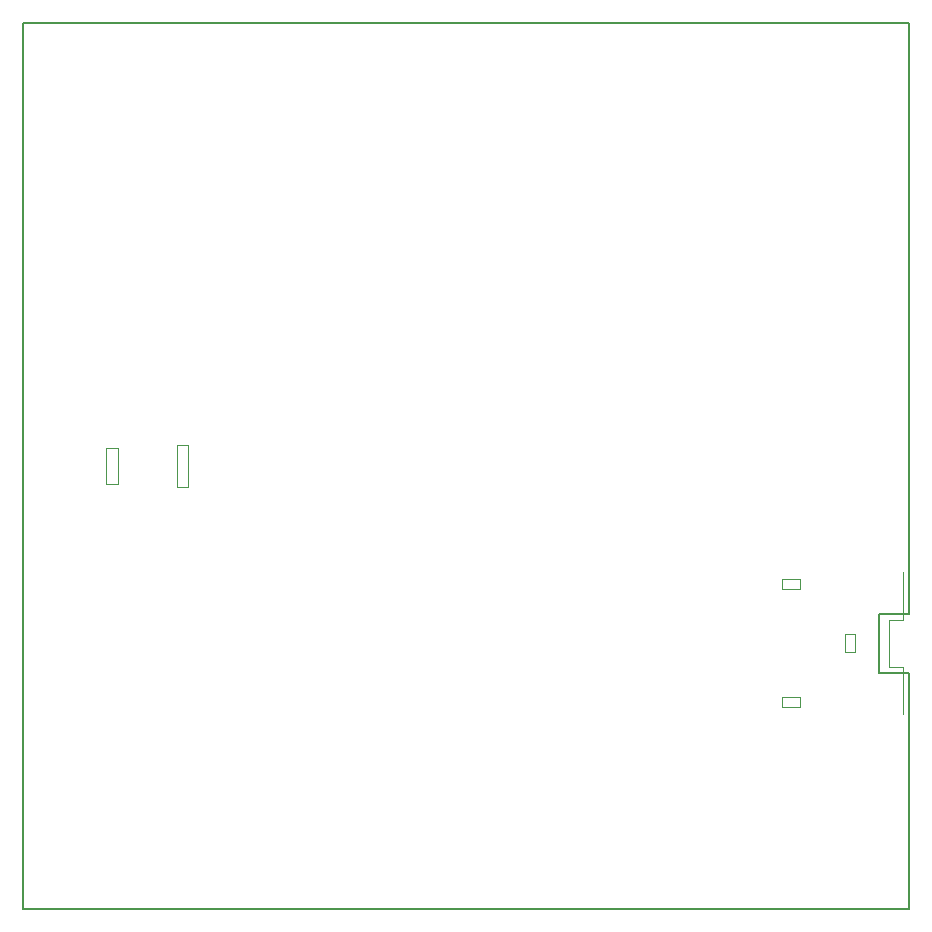
<source format=gbr>
G04 #@! TF.FileFunction,Profile,NP*
%FSLAX46Y46*%
G04 Gerber Fmt 4.6, Leading zero omitted, Abs format (unit mm)*
G04 Created by KiCad (PCBNEW 4.0.7+dfsg1-1ubuntu2) date Sun Jul 21 21:14:32 2019*
%MOMM*%
%LPD*%
G01*
G04 APERTURE LIST*
%ADD10C,0.100000*%
%ADD11C,0.150000*%
%ADD12C,0.000100*%
G04 APERTURE END LIST*
D10*
D11*
X102500000Y-70000000D02*
X105000000Y-70000000D01*
X102500000Y-75000000D02*
X102500000Y-70000000D01*
X105000000Y-75000000D02*
X102500000Y-75000000D01*
X105000000Y-95000000D02*
X105000000Y-75000000D01*
X30000000Y-95000000D02*
X105000000Y-95000000D01*
X30000000Y-20000000D02*
X30000000Y-95000000D01*
X105000000Y-20000000D02*
X30000000Y-20000000D01*
X105000000Y-70000000D02*
X105000000Y-20000000D01*
D12*
X43000000Y-55750000D02*
X44000000Y-55750000D01*
X44000000Y-55750000D02*
X44000000Y-59250000D01*
X44000000Y-59250000D02*
X43000000Y-59250000D01*
X43000000Y-59250000D02*
X43000000Y-55750000D01*
X37000000Y-56000000D02*
X38000000Y-56000000D01*
X38000000Y-56000000D02*
X38000000Y-59000000D01*
X38000000Y-59000000D02*
X37000000Y-59000000D01*
X37000000Y-59000000D02*
X37000000Y-56000000D01*
X100400000Y-73250000D02*
X99600000Y-73250000D01*
X99600000Y-73250000D02*
X99600000Y-71750000D01*
X99600000Y-71750000D02*
X100400000Y-71750000D01*
X100400000Y-71750000D02*
X100400000Y-73250000D01*
X104500000Y-78500000D02*
X104500000Y-74500000D01*
X104500000Y-74500000D02*
X103300000Y-74500000D01*
X103300000Y-74500000D02*
X103300000Y-70500000D01*
X103300000Y-70500000D02*
X104500000Y-70500000D01*
X104500000Y-70500000D02*
X104500000Y-66500000D01*
X95750000Y-77100000D02*
X95750000Y-77900000D01*
X95750000Y-77900000D02*
X94250000Y-77900000D01*
X94250000Y-77900000D02*
X94250000Y-77100000D01*
X94250000Y-77100000D02*
X95750000Y-77100000D01*
X95750000Y-67100000D02*
X95750000Y-67900000D01*
X95750000Y-67900000D02*
X94250000Y-67900000D01*
X94250000Y-67900000D02*
X94250000Y-67100000D01*
X94250000Y-67100000D02*
X95750000Y-67100000D01*
M02*

</source>
